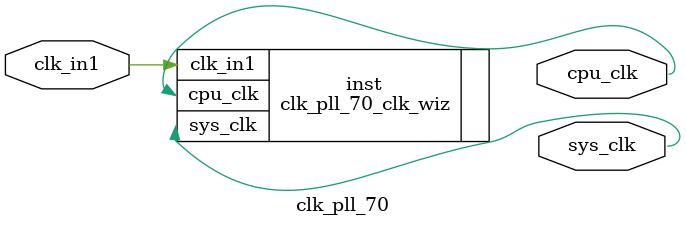
<source format=v>


`timescale 1ps/1ps

(* CORE_GENERATION_INFO = "clk_pll_70,clk_wiz_v6_0_4_0_0,{component_name=clk_pll_70,use_phase_alignment=true,use_min_o_jitter=false,use_max_i_jitter=false,use_dyn_phase_shift=false,use_inclk_switchover=false,use_dyn_reconfig=false,enable_axi=0,feedback_source=FDBK_AUTO,PRIMITIVE=PLL,num_out_clk=2,clkin1_period=10.000,clkin2_period=10.000,use_power_down=false,use_reset=false,use_locked=false,use_inclk_stopped=false,feedback_type=SINGLE,CLOCK_MGR_TYPE=NA,manual_override=false}" *)

module clk_pll_70 
 (
  // Clock out ports
  output        cpu_clk,
  output        sys_clk,
 // Clock in ports
  input         clk_in1
 );

  clk_pll_70_clk_wiz inst
  (
  // Clock out ports  
  .cpu_clk(cpu_clk),
  .sys_clk(sys_clk),
 // Clock in ports
  .clk_in1(clk_in1)
  );

endmodule

</source>
